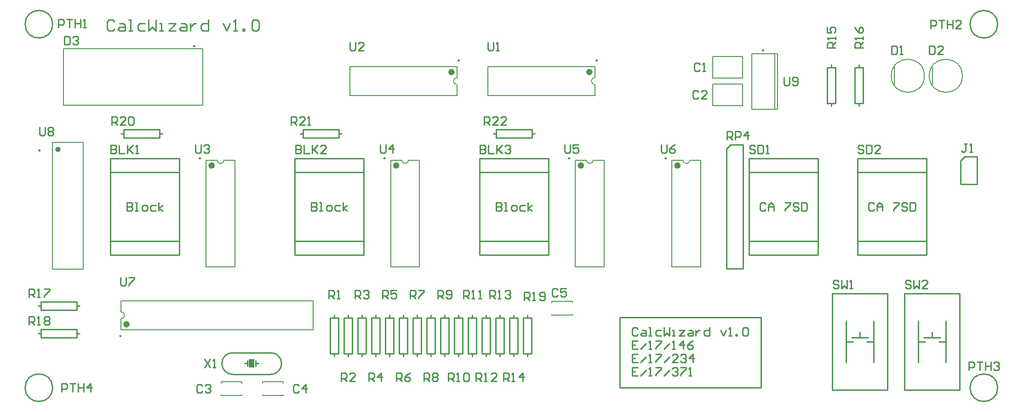
<source format=gto>
G04*
G04 #@! TF.GenerationSoftware,Altium Limited,Altium Designer,22.10.1 (41)*
G04*
G04 Layer_Color=65535*
%FSLAX44Y44*%
%MOMM*%
G71*
G04*
G04 #@! TF.SameCoordinates,6648D47A-D210-48E4-AD15-4CDCEE96D579*
G04*
G04*
G04 #@! TF.FilePolarity,Positive*
G04*
G01*
G75*
%ADD10C,0.2540*%
%ADD11C,0.1500*%
%ADD12C,0.2500*%
%ADD13C,0.6000*%
%ADD14C,0.2000*%
%ADD15C,0.5000*%
%ADD16R,1.0160X1.5240*%
D10*
X926800Y-215400D02*
G03*
X946800Y-235400I20000J0D01*
G01*
Y-195400D02*
G03*
X926800Y-215400I0J-20000D01*
G01*
X1016800Y-235400D02*
G03*
X1036800Y-215400I0J20000D01*
G01*
Y-215400D02*
G03*
X1016800Y-195400I-20000J0D01*
G01*
X615400Y410000D02*
G03*
X615400Y410000I-25400J0D01*
G01*
X2355400D02*
G03*
X2355400Y410000I-25400J0D01*
G01*
Y-260000D02*
G03*
X2355400Y-260000I-25400J0D01*
G01*
X615400D02*
G03*
X615400Y-260000I-25400J0D01*
G01*
X1660000D02*
X1920000D01*
X1660000Y-130000D02*
X1920000D01*
Y-260000D02*
Y-130000D01*
X1660000Y-260000D02*
Y-130000D01*
X1261200Y-131580D02*
Y-126500D01*
Y-202700D02*
Y-197620D01*
X1253580D02*
X1268820D01*
X1253580Y-131580D02*
X1268820D01*
X1253580Y-197620D02*
Y-131580D01*
X1268820Y-197620D02*
Y-131580D01*
X1312000D02*
Y-126500D01*
Y-202700D02*
Y-197620D01*
X1304380D02*
X1319620D01*
X1304380Y-131580D02*
X1319620D01*
X1304380Y-197620D02*
Y-131580D01*
X1319620Y-197620D02*
Y-131580D01*
X1337400Y-131580D02*
Y-126500D01*
Y-202700D02*
Y-197620D01*
X1329780D02*
X1345020D01*
X1329780Y-131580D02*
X1345020D01*
X1329780Y-197620D02*
Y-131580D01*
X1345020Y-197620D02*
Y-131580D01*
X1388200Y-131580D02*
Y-126500D01*
Y-202700D02*
Y-197620D01*
X1380580D02*
X1395820D01*
X1380580Y-131580D02*
X1395820D01*
X1380580Y-197620D02*
Y-131580D01*
X1395820Y-197620D02*
Y-131580D01*
X1362800D02*
Y-126500D01*
Y-202700D02*
Y-197620D01*
X1355180D02*
X1370420D01*
X1355180Y-131580D02*
X1370420D01*
X1355180Y-197620D02*
Y-131580D01*
X1370420Y-197620D02*
Y-131580D01*
X1286600Y-202700D02*
Y-197620D01*
Y-131580D02*
Y-126500D01*
X1278980Y-131580D02*
X1294220D01*
X1278980Y-197620D02*
X1294220D01*
Y-131580D01*
X1278980Y-197620D02*
Y-131580D01*
X1413600D02*
Y-126500D01*
Y-202700D02*
Y-197620D01*
X1405980D02*
X1421220D01*
X1405980Y-131580D02*
X1421220D01*
X1405980Y-197620D02*
Y-131580D01*
X1421220Y-197620D02*
Y-131580D01*
X1464400D02*
Y-126500D01*
Y-202700D02*
Y-197620D01*
X1456780D02*
X1472020D01*
X1456780Y-131580D02*
X1472020D01*
X1456780Y-197620D02*
Y-131580D01*
X1472020Y-197620D02*
Y-131580D01*
X1489800D02*
Y-126500D01*
Y-202700D02*
Y-197620D01*
X1482180D02*
X1497420D01*
X1482180Y-131580D02*
X1497420D01*
X1482180Y-197620D02*
Y-131580D01*
X1497420Y-197620D02*
Y-131580D01*
X1439000Y-202700D02*
Y-197620D01*
Y-131580D02*
Y-126500D01*
X1431380Y-131580D02*
X1446620D01*
X1431380Y-197620D02*
X1446620D01*
Y-131580D01*
X1431380Y-197620D02*
Y-131580D01*
X1210400D02*
Y-126500D01*
Y-202700D02*
Y-197620D01*
X1202780D02*
X1218020D01*
X1202780Y-131580D02*
X1218020D01*
X1202780Y-197620D02*
Y-131580D01*
X1218020Y-197620D02*
Y-131580D01*
X1185000Y-202700D02*
Y-197620D01*
Y-131580D02*
Y-126500D01*
X1177380Y-131580D02*
X1192620D01*
X1177380Y-197620D02*
X1192620D01*
Y-131580D01*
X1177380Y-197620D02*
Y-131580D01*
X1235800Y-202700D02*
Y-197620D01*
Y-131580D02*
Y-126500D01*
X1228180Y-131580D02*
X1243420D01*
X1228180Y-197620D02*
X1243420D01*
Y-131580D01*
X1228180Y-197620D02*
Y-131580D01*
X1134200Y-202700D02*
Y-197620D01*
Y-131580D02*
Y-126500D01*
X1126580Y-131580D02*
X1141820D01*
X1126580Y-197620D02*
X1141820D01*
Y-131580D01*
X1126580Y-197620D02*
Y-131580D01*
X1159600D02*
Y-126500D01*
Y-202700D02*
Y-197620D01*
X1151980D02*
X1167220D01*
X1151980Y-131580D02*
X1167220D01*
X1151980Y-197620D02*
Y-131580D01*
X1167220Y-197620D02*
Y-131580D01*
X1855960Y-40500D02*
Y180480D01*
X1863580Y188100D01*
X1886440D01*
X1855960Y-40500D02*
X1886440D01*
Y188100D01*
X2127400Y-213100D02*
Y-136900D01*
X2076600Y-213100D02*
Y-136900D01*
X2051200Y-86100D02*
X2152800D01*
Y-263900D02*
Y-86100D01*
X2051200Y-263900D02*
Y-86100D01*
Y-263900D02*
X2152800D01*
X2076600Y-175000D02*
X2089300D01*
X2114700D02*
X2127400D01*
X2086760Y-167380D02*
X2117240D01*
X2102000D02*
Y-157220D01*
X2260400Y-213100D02*
Y-136900D01*
X2209600Y-213100D02*
Y-136900D01*
X2184200Y-86100D02*
X2285800D01*
Y-263900D02*
Y-86100D01*
X2184200Y-263900D02*
Y-86100D01*
Y-263900D02*
X2285800D01*
X2209600Y-175000D02*
X2222300D01*
X2247700D02*
X2260400D01*
X2219760Y-167380D02*
X2250240D01*
X2235000D02*
Y-157220D01*
X2317840Y114800D02*
Y165600D01*
X2287360Y114800D02*
X2317840D01*
X2287360D02*
Y157980D01*
X2294980Y165600D01*
X2317840D01*
X989420Y-220480D02*
Y-210320D01*
X974180Y-220480D02*
Y-210320D01*
X989420Y-215400D02*
X994500D01*
X969100D02*
X974180D01*
X946800Y-195400D02*
X1016800D01*
X946800Y-235400D02*
X1016800D01*
X2049400Y329820D02*
Y334900D01*
Y258700D02*
Y263780D01*
X2041780D02*
X2057020D01*
X2041780Y329820D02*
X2057020D01*
X2041780Y263780D02*
Y329820D01*
X2057020Y263780D02*
Y329820D01*
X2100200D02*
Y334900D01*
Y258700D02*
Y263780D01*
X2092580D02*
X2107820D01*
X2092580Y329820D02*
X2107820D01*
X2092580Y263780D02*
Y329820D01*
X2107820Y263780D02*
Y329820D01*
X588900Y-109600D02*
X593980D01*
X660020D02*
X665100D01*
X660020Y-117220D02*
Y-101980D01*
X593980Y-117220D02*
Y-101980D01*
Y-117220D02*
X660020D01*
X593980Y-101980D02*
X660020D01*
X588900Y-160400D02*
X593980D01*
X660020D02*
X665100D01*
X660020Y-168020D02*
Y-152780D01*
X593980Y-168020D02*
Y-152780D01*
Y-168020D02*
X660020D01*
X593980Y-152780D02*
X660020D01*
X812420Y207900D02*
X817500D01*
X741300D02*
X746380D01*
Y200280D02*
Y215520D01*
X812420Y200280D02*
Y215520D01*
X746380D02*
X812420D01*
X746380Y200280D02*
X812420D01*
X1142620Y207900D02*
X1147700D01*
X1071500D02*
X1076580D01*
Y200280D02*
Y215520D01*
X1142620Y200280D02*
Y215520D01*
X1076580D02*
X1142620D01*
X1076580Y200280D02*
X1142620D01*
X1427100Y207900D02*
X1432180D01*
X1498220D02*
X1503300D01*
X1498220Y200280D02*
Y215520D01*
X1432180Y200280D02*
Y215520D01*
Y200280D02*
X1498220D01*
X1432180Y215520D02*
X1498220D01*
X721300Y137300D02*
X848300D01*
Y-15100D02*
Y162700D01*
X721300D02*
X848300D01*
X721300Y-15100D02*
Y162700D01*
Y-15100D02*
X848300D01*
X721300Y10300D02*
X848300D01*
X1061300Y137300D02*
X1188300D01*
Y-15100D02*
Y162700D01*
X1061300D02*
X1188300D01*
X1061300Y-15100D02*
Y162700D01*
Y-15100D02*
X1188300D01*
X1061300Y10300D02*
X1188300D01*
X1401300Y137300D02*
X1528300D01*
Y-15100D02*
Y162700D01*
X1401300D02*
X1528300D01*
X1401300Y-15100D02*
Y162700D01*
Y-15100D02*
X1528300D01*
X1401300Y10300D02*
X1528300D01*
X1897300D02*
X2024300D01*
X1897300Y-15100D02*
X2024300D01*
X1897300Y162700D02*
X2024300D01*
Y-15100D02*
Y162700D01*
X1897300Y137300D02*
X2024300D01*
X1897300Y-15100D02*
Y162700D01*
X2097300Y10300D02*
X2224300D01*
X2097300Y-15100D02*
X2224300D01*
X2097300Y162700D02*
X2224300D01*
Y-15100D02*
Y162700D01*
X2097300Y137300D02*
X2224300D01*
X2097300Y-15100D02*
Y162700D01*
X1692697Y-151630D02*
X1690157Y-149091D01*
X1685079D01*
X1682540Y-151630D01*
Y-161787D01*
X1685079Y-164326D01*
X1690157D01*
X1692697Y-161787D01*
X1700314Y-154169D02*
X1705393D01*
X1707932Y-156708D01*
Y-164326D01*
X1700314D01*
X1697775Y-161787D01*
X1700314Y-159247D01*
X1707932D01*
X1713010Y-164326D02*
X1718089D01*
X1715549D01*
Y-149091D01*
X1713010D01*
X1735863Y-154169D02*
X1728245D01*
X1725706Y-156708D01*
Y-161787D01*
X1728245Y-164326D01*
X1735863D01*
X1740941Y-149091D02*
Y-164326D01*
X1746019Y-159247D01*
X1751098Y-164326D01*
Y-149091D01*
X1756176Y-164326D02*
X1761254D01*
X1758715D01*
Y-154169D01*
X1756176D01*
X1768872D02*
X1779029D01*
X1768872Y-164326D01*
X1779029D01*
X1786646Y-154169D02*
X1791725D01*
X1794264Y-156708D01*
Y-164326D01*
X1786646D01*
X1784107Y-161787D01*
X1786646Y-159247D01*
X1794264D01*
X1799342Y-154169D02*
Y-164326D01*
Y-159247D01*
X1801881Y-156708D01*
X1804420Y-154169D01*
X1806960D01*
X1824734Y-149091D02*
Y-164326D01*
X1817117D01*
X1814577Y-161787D01*
Y-156708D01*
X1817117Y-154169D01*
X1824734D01*
X1845047D02*
X1850126Y-164326D01*
X1855204Y-154169D01*
X1860282Y-164326D02*
X1865361D01*
X1862822D01*
Y-149091D01*
X1860282Y-151630D01*
X1872978Y-164326D02*
Y-161787D01*
X1875518D01*
Y-164326D01*
X1872978D01*
X1885674Y-151630D02*
X1888213Y-149091D01*
X1893292D01*
X1895831Y-151630D01*
Y-161787D01*
X1893292Y-164326D01*
X1888213D01*
X1885674Y-161787D01*
Y-151630D01*
X1692697Y-173469D02*
X1682540D01*
Y-188704D01*
X1692697D01*
X1682540Y-181086D02*
X1687618D01*
X1697775Y-188704D02*
X1707932Y-178547D01*
X1713010Y-188704D02*
X1718089D01*
X1715549D01*
Y-173469D01*
X1713010Y-176008D01*
X1725706Y-173469D02*
X1735863D01*
Y-176008D01*
X1725706Y-186165D01*
Y-188704D01*
X1740941D02*
X1751098Y-178547D01*
X1756176Y-188704D02*
X1761254D01*
X1758715D01*
Y-173469D01*
X1756176Y-176008D01*
X1776490Y-188704D02*
Y-173469D01*
X1768872Y-181086D01*
X1779029D01*
X1794264Y-173469D02*
X1789185Y-176008D01*
X1784107Y-181086D01*
Y-186165D01*
X1786646Y-188704D01*
X1791725D01*
X1794264Y-186165D01*
Y-183626D01*
X1791725Y-181086D01*
X1784107D01*
X1692697Y-197847D02*
X1682540D01*
Y-213082D01*
X1692697D01*
X1682540Y-205464D02*
X1687618D01*
X1697775Y-213082D02*
X1707932Y-202925D01*
X1713010Y-213082D02*
X1718089D01*
X1715549D01*
Y-197847D01*
X1713010Y-200386D01*
X1725706Y-197847D02*
X1735863D01*
Y-200386D01*
X1725706Y-210543D01*
Y-213082D01*
X1740941D02*
X1751098Y-202925D01*
X1766333Y-213082D02*
X1756176D01*
X1766333Y-202925D01*
Y-200386D01*
X1763794Y-197847D01*
X1758715D01*
X1756176Y-200386D01*
X1771411D02*
X1773950Y-197847D01*
X1779029D01*
X1781568Y-200386D01*
Y-202925D01*
X1779029Y-205464D01*
X1776490D01*
X1779029D01*
X1781568Y-208004D01*
Y-210543D01*
X1779029Y-213082D01*
X1773950D01*
X1771411Y-210543D01*
X1794264Y-213082D02*
Y-197847D01*
X1786646Y-205464D01*
X1796803D01*
X1692697Y-222225D02*
X1682540D01*
Y-237460D01*
X1692697D01*
X1682540Y-229842D02*
X1687618D01*
X1697775Y-237460D02*
X1707932Y-227303D01*
X1713010Y-237460D02*
X1718089D01*
X1715549D01*
Y-222225D01*
X1713010Y-224764D01*
X1725706Y-222225D02*
X1735863D01*
Y-224764D01*
X1725706Y-234921D01*
Y-237460D01*
X1740941D02*
X1751098Y-227303D01*
X1756176Y-224764D02*
X1758715Y-222225D01*
X1763794D01*
X1766333Y-224764D01*
Y-227303D01*
X1763794Y-229842D01*
X1761254D01*
X1763794D01*
X1766333Y-232382D01*
Y-234921D01*
X1763794Y-237460D01*
X1758715D01*
X1756176Y-234921D01*
X1771411Y-222225D02*
X1781568D01*
Y-224764D01*
X1771411Y-234921D01*
Y-237460D01*
X1786646D02*
X1791725D01*
X1789185D01*
Y-222225D01*
X1786646Y-224764D01*
X728869Y414664D02*
X725537Y417997D01*
X718872D01*
X715540Y414664D01*
Y401335D01*
X718872Y398003D01*
X725537D01*
X728869Y401335D01*
X738866Y411332D02*
X745530D01*
X748863Y408000D01*
Y398003D01*
X738866D01*
X735534Y401335D01*
X738866Y404668D01*
X748863D01*
X755527Y398003D02*
X762192D01*
X758859D01*
Y417997D01*
X755527D01*
X785517Y411332D02*
X775521D01*
X772188Y408000D01*
Y401335D01*
X775521Y398003D01*
X785517D01*
X792182Y417997D02*
Y398003D01*
X798847Y404668D01*
X805511Y398003D01*
Y417997D01*
X812176Y398003D02*
X818840D01*
X815508D01*
Y411332D01*
X812176D01*
X828837D02*
X842166D01*
X828837Y398003D01*
X842166D01*
X852163Y411332D02*
X858827D01*
X862159Y408000D01*
Y398003D01*
X852163D01*
X848830Y401335D01*
X852163Y404668D01*
X862159D01*
X868824Y411332D02*
Y398003D01*
Y404668D01*
X872156Y408000D01*
X875488Y411332D01*
X878821D01*
X902147Y417997D02*
Y398003D01*
X892150D01*
X888818Y401335D01*
Y408000D01*
X892150Y411332D01*
X902147D01*
X928805D02*
X935469Y398003D01*
X942134Y411332D01*
X948798Y398003D02*
X955463D01*
X952130D01*
Y417997D01*
X948798Y414664D01*
X965459Y398003D02*
Y401335D01*
X968792D01*
Y398003D01*
X965459D01*
X982121Y414664D02*
X985453Y417997D01*
X992117D01*
X995450Y414664D01*
Y401335D01*
X992117Y398003D01*
X985453D01*
X982121Y401335D01*
Y414664D01*
X1445356Y-248417D02*
Y-233183D01*
X1452974D01*
X1455513Y-235722D01*
Y-240800D01*
X1452974Y-243339D01*
X1445356D01*
X1450435D02*
X1455513Y-248417D01*
X1460591D02*
X1465670D01*
X1463130D01*
Y-233183D01*
X1460591Y-235722D01*
X1480905Y-248417D02*
Y-233183D01*
X1473287Y-240800D01*
X1483444D01*
X751791Y81418D02*
Y66182D01*
X759408D01*
X761947Y68722D01*
Y71261D01*
X759408Y73800D01*
X751791D01*
X759408D01*
X761947Y76339D01*
Y78878D01*
X759408Y81418D01*
X751791D01*
X767026Y66182D02*
X772104D01*
X769565D01*
Y81418D01*
X767026D01*
X782261Y66182D02*
X787339D01*
X789878Y68722D01*
Y73800D01*
X787339Y76339D01*
X782261D01*
X779722Y73800D01*
Y68722D01*
X782261Y66182D01*
X805113Y76339D02*
X797496D01*
X794957Y73800D01*
Y68722D01*
X797496Y66182D01*
X805113D01*
X810192D02*
Y81418D01*
Y71261D02*
X817809Y76339D01*
X810192Y71261D02*
X817809Y66182D01*
X1091791Y81418D02*
Y66182D01*
X1099408D01*
X1101947Y68722D01*
Y71261D01*
X1099408Y73800D01*
X1091791D01*
X1099408D01*
X1101947Y76339D01*
Y78878D01*
X1099408Y81418D01*
X1091791D01*
X1107026Y66182D02*
X1112104D01*
X1109565D01*
Y81418D01*
X1107026D01*
X1122261Y66182D02*
X1127339D01*
X1129878Y68722D01*
Y73800D01*
X1127339Y76339D01*
X1122261D01*
X1119722Y73800D01*
Y68722D01*
X1122261Y66182D01*
X1145113Y76339D02*
X1137496D01*
X1134957Y73800D01*
Y68722D01*
X1137496Y66182D01*
X1145113D01*
X1150192D02*
Y81418D01*
Y71261D02*
X1157809Y76339D01*
X1150192Y71261D02*
X1157809Y66182D01*
X1431791Y81418D02*
Y66182D01*
X1439408D01*
X1441947Y68722D01*
Y71261D01*
X1439408Y73800D01*
X1431791D01*
X1439408D01*
X1441947Y76339D01*
Y78878D01*
X1439408Y81418D01*
X1431791D01*
X1447026Y66182D02*
X1452104D01*
X1449565D01*
Y81418D01*
X1447026D01*
X1462261Y66182D02*
X1467339D01*
X1469878Y68722D01*
Y73800D01*
X1467339Y76339D01*
X1462261D01*
X1459722Y73800D01*
Y68722D01*
X1462261Y66182D01*
X1485113Y76339D02*
X1477496D01*
X1474957Y73800D01*
Y68722D01*
X1477496Y66182D01*
X1485113D01*
X1490192D02*
Y81418D01*
Y71261D02*
X1497809Y76339D01*
X1490192Y71261D02*
X1497809Y66182D01*
X1927791Y78878D02*
X1925251Y81418D01*
X1920173D01*
X1917634Y78878D01*
Y68722D01*
X1920173Y66182D01*
X1925251D01*
X1927791Y68722D01*
X1932869Y66182D02*
Y76339D01*
X1937947Y81418D01*
X1943026Y76339D01*
Y66182D01*
Y73800D01*
X1932869D01*
X1963339Y81418D02*
X1973496D01*
Y78878D01*
X1963339Y68722D01*
Y66182D01*
X1988731Y78878D02*
X1986192Y81418D01*
X1981113D01*
X1978574Y78878D01*
Y76339D01*
X1981113Y73800D01*
X1986192D01*
X1988731Y71261D01*
Y68722D01*
X1986192Y66182D01*
X1981113D01*
X1978574Y68722D01*
X1993809Y81418D02*
Y66182D01*
X2001427D01*
X2003966Y68722D01*
Y78878D01*
X2001427Y81418D01*
X1993809D01*
X2127791Y78878D02*
X2125251Y81418D01*
X2120173D01*
X2117634Y78878D01*
Y68722D01*
X2120173Y66182D01*
X2125251D01*
X2127791Y68722D01*
X2132869Y66182D02*
Y76339D01*
X2137947Y81418D01*
X2143026Y76339D01*
Y66182D01*
Y73800D01*
X2132869D01*
X2163339Y81418D02*
X2173496D01*
Y78878D01*
X2163339Y68722D01*
Y66182D01*
X2188731Y78878D02*
X2186192Y81418D01*
X2181113D01*
X2178574Y78878D01*
Y76339D01*
X2181113Y73800D01*
X2186192D01*
X2188731Y71261D01*
Y68722D01*
X2186192Y66182D01*
X2181113D01*
X2178574Y68722D01*
X2193809Y81418D02*
Y66182D01*
X2201427D01*
X2203966Y68722D01*
Y78878D01*
X2201427Y81418D01*
X2193809D01*
X1409574Y224454D02*
Y239689D01*
X1417191D01*
X1419731Y237150D01*
Y232071D01*
X1417191Y229532D01*
X1409574D01*
X1414652D02*
X1419731Y224454D01*
X1434966D02*
X1424809D01*
X1434966Y234611D01*
Y237150D01*
X1432427Y239689D01*
X1427348D01*
X1424809Y237150D01*
X1450201Y224454D02*
X1440044D01*
X1450201Y234611D01*
Y237150D01*
X1447662Y239689D01*
X1442583D01*
X1440044Y237150D01*
X1053974Y224454D02*
Y239689D01*
X1061591D01*
X1064131Y237150D01*
Y232071D01*
X1061591Y229532D01*
X1053974D01*
X1059052D02*
X1064131Y224454D01*
X1079366D02*
X1069209D01*
X1079366Y234611D01*
Y237150D01*
X1076827Y239689D01*
X1071748D01*
X1069209Y237150D01*
X1084444Y224454D02*
X1089522D01*
X1086983D01*
Y239689D01*
X1084444Y237150D01*
X723774Y224454D02*
Y239689D01*
X731392D01*
X733931Y237150D01*
Y232071D01*
X731392Y229532D01*
X723774D01*
X728852D02*
X733931Y224454D01*
X749166D02*
X739009D01*
X749166Y234611D01*
Y237150D01*
X746627Y239689D01*
X741548D01*
X739009Y237150D01*
X754244D02*
X756783Y239689D01*
X761862D01*
X764401Y237150D01*
Y226993D01*
X761862Y224454D01*
X756783D01*
X754244Y226993D01*
Y237150D01*
X1483450Y-98902D02*
Y-83667D01*
X1491068D01*
X1493607Y-86206D01*
Y-91285D01*
X1491068Y-93824D01*
X1483450D01*
X1488528D02*
X1493607Y-98902D01*
X1498685D02*
X1503763D01*
X1501224D01*
Y-83667D01*
X1498685Y-86206D01*
X1511381Y-96363D02*
X1513920Y-98902D01*
X1518999D01*
X1521538Y-96363D01*
Y-86206D01*
X1518999Y-83667D01*
X1513920D01*
X1511381Y-86206D01*
Y-88745D01*
X1513920Y-91285D01*
X1521538D01*
X1545423Y-79602D02*
X1542883Y-77063D01*
X1537805D01*
X1535266Y-79602D01*
Y-89759D01*
X1537805Y-92298D01*
X1542883D01*
X1545423Y-89759D01*
X1560658Y-77063D02*
X1550501D01*
Y-84681D01*
X1555579Y-82141D01*
X1558119D01*
X1560658Y-84681D01*
Y-89759D01*
X1558119Y-92298D01*
X1553040D01*
X1550501Y-89759D01*
X895443Y-207782D02*
X905600Y-223017D01*
Y-207782D02*
X895443Y-223017D01*
X910678D02*
X915757D01*
X913217D01*
Y-207782D01*
X910678Y-210321D01*
X1068961Y-256922D02*
X1066422Y-254382D01*
X1061343D01*
X1058804Y-256922D01*
Y-267078D01*
X1061343Y-269618D01*
X1066422D01*
X1068961Y-267078D01*
X1081657Y-269618D02*
Y-254382D01*
X1074039Y-262000D01*
X1084196D01*
X891161Y-256922D02*
X888622Y-254382D01*
X883543D01*
X881004Y-256922D01*
Y-267078D01*
X883543Y-269618D01*
X888622D01*
X891161Y-267078D01*
X896239Y-256922D02*
X898778Y-254382D01*
X903857D01*
X906396Y-256922D01*
Y-259461D01*
X903857Y-262000D01*
X901318D01*
X903857D01*
X906396Y-264539D01*
Y-267078D01*
X903857Y-269618D01*
X898778D01*
X896239Y-267078D01*
X632069Y-267617D02*
Y-252383D01*
X639687D01*
X642226Y-254922D01*
Y-260000D01*
X639687Y-262539D01*
X632069D01*
X647304Y-252383D02*
X657461D01*
X652383D01*
Y-267617D01*
X662539Y-252383D02*
Y-267617D01*
Y-260000D01*
X672696D01*
Y-252383D01*
Y-267617D01*
X685392D02*
Y-252383D01*
X677774Y-260000D01*
X687931D01*
X2302069Y-227617D02*
Y-212383D01*
X2309687D01*
X2312226Y-214922D01*
Y-220000D01*
X2309687Y-222539D01*
X2302069D01*
X2317304Y-212383D02*
X2327461D01*
X2322383D01*
Y-227617D01*
X2332539Y-212383D02*
Y-227617D01*
Y-220000D01*
X2342696D01*
Y-212383D01*
Y-227617D01*
X2347774Y-214922D02*
X2350313Y-212383D01*
X2355392D01*
X2357931Y-214922D01*
Y-217461D01*
X2355392Y-220000D01*
X2352853D01*
X2355392D01*
X2357931Y-222539D01*
Y-225078D01*
X2355392Y-227617D01*
X2350313D01*
X2347774Y-225078D01*
X2232069Y402383D02*
Y417617D01*
X2239687D01*
X2242226Y415078D01*
Y410000D01*
X2239687Y407461D01*
X2232069D01*
X2247304Y417617D02*
X2257461D01*
X2252383D01*
Y402383D01*
X2262539Y417617D02*
Y402383D01*
Y410000D01*
X2272696D01*
Y417617D01*
Y402383D01*
X2287931D02*
X2277774D01*
X2287931Y412539D01*
Y415078D01*
X2285392Y417617D01*
X2280313D01*
X2277774Y415078D01*
X626208Y404282D02*
Y419518D01*
X633826D01*
X636365Y416978D01*
Y411900D01*
X633826Y409361D01*
X626208D01*
X641443Y419518D02*
X651600D01*
X646522D01*
Y404282D01*
X656678Y419518D02*
Y404282D01*
Y411900D01*
X666835D01*
Y419518D01*
Y404282D01*
X671913D02*
X676992D01*
X674453D01*
Y419518D01*
X671913Y416978D01*
X1961604Y312218D02*
Y299522D01*
X1964143Y296982D01*
X1969222D01*
X1971761Y299522D01*
Y312218D01*
X1976839Y299522D02*
X1979378Y296982D01*
X1984457D01*
X1986996Y299522D01*
Y309678D01*
X1984457Y312218D01*
X1979378D01*
X1976839Y309678D01*
Y307139D01*
X1979378Y304600D01*
X1986996D01*
X2298787Y189637D02*
X2293708D01*
X2296248D01*
Y176941D01*
X2293708Y174402D01*
X2291169D01*
X2288630Y176941D01*
X2303865Y174402D02*
X2308943D01*
X2306404D01*
Y189637D01*
X2303865Y187098D01*
X1804761Y284978D02*
X1802222Y287518D01*
X1797143D01*
X1794604Y284978D01*
Y274822D01*
X1797143Y272283D01*
X1802222D01*
X1804761Y274822D01*
X1819996Y272283D02*
X1809839D01*
X1819996Y282439D01*
Y284978D01*
X1817457Y287518D01*
X1812378D01*
X1809839Y284978D01*
X1807300Y335779D02*
X1804761Y338318D01*
X1799683D01*
X1797143Y335779D01*
Y325622D01*
X1799683Y323083D01*
X1804761D01*
X1807300Y325622D01*
X1812378Y323083D02*
X1817457D01*
X1814918D01*
Y338318D01*
X1812378Y335779D01*
X1857338Y197008D02*
Y212243D01*
X1864955D01*
X1867495Y209704D01*
Y204625D01*
X1864955Y202086D01*
X1857338D01*
X1862416D02*
X1867495Y197008D01*
X1872573D02*
Y212243D01*
X1880191D01*
X1882730Y209704D01*
Y204625D01*
X1880191Y202086D01*
X1872573D01*
X1895426Y197008D02*
Y212243D01*
X1887808Y204625D01*
X1897965D01*
X590894Y220117D02*
Y207421D01*
X593433Y204882D01*
X598512D01*
X601051Y207421D01*
Y220117D01*
X606129Y217578D02*
X608668Y220117D01*
X613747D01*
X616286Y217578D01*
Y215039D01*
X613747Y212500D01*
X616286Y209960D01*
Y207421D01*
X613747Y204882D01*
X608668D01*
X606129Y207421D01*
Y209960D01*
X608668Y212500D01*
X606129Y215039D01*
Y217578D01*
X608668Y212500D02*
X613747D01*
X571374Y-143846D02*
Y-128611D01*
X578992D01*
X581531Y-131150D01*
Y-136229D01*
X578992Y-138768D01*
X571374D01*
X576452D02*
X581531Y-143846D01*
X586609D02*
X591687D01*
X589148D01*
Y-128611D01*
X586609Y-131150D01*
X599305D02*
X601844Y-128611D01*
X606922D01*
X609462Y-131150D01*
Y-133689D01*
X606922Y-136229D01*
X609462Y-138768D01*
Y-141307D01*
X606922Y-143846D01*
X601844D01*
X599305Y-141307D01*
Y-138768D01*
X601844Y-136229D01*
X599305Y-133689D01*
Y-131150D01*
X601844Y-136229D02*
X606922D01*
X571374Y-93046D02*
Y-77811D01*
X578992D01*
X581531Y-80350D01*
Y-85428D01*
X578992Y-87968D01*
X571374D01*
X576452D02*
X581531Y-93046D01*
X586609D02*
X591687D01*
X589148D01*
Y-77811D01*
X586609Y-80350D01*
X599305Y-77811D02*
X609462D01*
Y-80350D01*
X599305Y-90507D01*
Y-93046D01*
X637304Y387617D02*
Y372383D01*
X644922D01*
X647461Y374922D01*
Y385078D01*
X644922Y387617D01*
X637304D01*
X652539Y385078D02*
X655078Y387617D01*
X660157D01*
X662696Y385078D01*
Y382539D01*
X660157Y380000D01*
X657617D01*
X660157D01*
X662696Y377461D01*
Y374922D01*
X660157Y372383D01*
X655078D01*
X652539Y374922D01*
X2107818Y366656D02*
X2092583D01*
Y374274D01*
X2095122Y376813D01*
X2100200D01*
X2102739Y374274D01*
Y366656D01*
Y371735D02*
X2107818Y376813D01*
Y381891D02*
Y386970D01*
Y384430D01*
X2092583D01*
X2095122Y381891D01*
X2092583Y404744D02*
X2095122Y399665D01*
X2100200Y394587D01*
X2105278D01*
X2107818Y397126D01*
Y402205D01*
X2105278Y404744D01*
X2102739D01*
X2100200Y402205D01*
Y394587D01*
X2057018Y366656D02*
X2041782D01*
Y374274D01*
X2044322Y376813D01*
X2049400D01*
X2051939Y374274D01*
Y366656D01*
Y371735D02*
X2057018Y376813D01*
Y381891D02*
Y386970D01*
Y384430D01*
X2041782D01*
X2044322Y381891D01*
X2041782Y404744D02*
Y394587D01*
X2049400D01*
X2046861Y399665D01*
Y402205D01*
X2049400Y404744D01*
X2054478D01*
X2057018Y402205D01*
Y397126D01*
X2054478Y394587D01*
X2229956Y370231D02*
Y354996D01*
X2237574D01*
X2240113Y357535D01*
Y367692D01*
X2237574Y370231D01*
X2229956D01*
X2255348Y354996D02*
X2245191D01*
X2255348Y365153D01*
Y367692D01*
X2252809Y370231D01*
X2247730D01*
X2245191Y367692D01*
X2160106Y370231D02*
Y354996D01*
X2167724D01*
X2170263Y357535D01*
Y367692D01*
X2167724Y370231D01*
X2160106D01*
X2175341Y354996D02*
X2180419D01*
X2177880D01*
Y370231D01*
X2175341Y367692D01*
X2195663Y-64616D02*
X2193123Y-62077D01*
X2188045D01*
X2185506Y-64616D01*
Y-67155D01*
X2188045Y-69694D01*
X2193123D01*
X2195663Y-72234D01*
Y-74773D01*
X2193123Y-77312D01*
X2188045D01*
X2185506Y-74773D01*
X2200741Y-62077D02*
Y-77312D01*
X2205819Y-72234D01*
X2210898Y-77312D01*
Y-62077D01*
X2226133Y-77312D02*
X2215976D01*
X2226133Y-67155D01*
Y-64616D01*
X2223594Y-62077D01*
X2218515D01*
X2215976Y-64616D01*
X2062567D02*
X2060027Y-62077D01*
X2054949D01*
X2052410Y-64616D01*
Y-67155D01*
X2054949Y-69694D01*
X2060027D01*
X2062567Y-72234D01*
Y-74773D01*
X2060027Y-77312D01*
X2054949D01*
X2052410Y-74773D01*
X2067645Y-62077D02*
Y-77312D01*
X2072723Y-72234D01*
X2077802Y-77312D01*
Y-62077D01*
X2082880Y-77312D02*
X2087959D01*
X2085419D01*
Y-62077D01*
X2082880Y-64616D01*
X1402678Y186843D02*
Y171608D01*
X1410296D01*
X1412835Y174147D01*
Y176686D01*
X1410296Y179226D01*
X1402678D01*
X1410296D01*
X1412835Y181765D01*
Y184304D01*
X1410296Y186843D01*
X1402678D01*
X1417913D02*
Y171608D01*
X1428070D01*
X1433148Y186843D02*
Y171608D01*
Y176686D01*
X1443305Y186843D01*
X1435687Y179226D01*
X1443305Y171608D01*
X1448383Y184304D02*
X1450922Y186843D01*
X1456001D01*
X1458540Y184304D01*
Y181765D01*
X1456001Y179226D01*
X1453462D01*
X1456001D01*
X1458540Y176686D01*
Y174147D01*
X1456001Y171608D01*
X1450922D01*
X1448383Y174147D01*
X2108795Y184304D02*
X2106255Y186843D01*
X2101177D01*
X2098638Y184304D01*
Y181765D01*
X2101177Y179226D01*
X2106255D01*
X2108795Y176686D01*
Y174147D01*
X2106255Y171608D01*
X2101177D01*
X2098638Y174147D01*
X2113873Y186843D02*
Y171608D01*
X2121491D01*
X2124030Y174147D01*
Y184304D01*
X2121491Y186843D01*
X2113873D01*
X2139265Y171608D02*
X2129108D01*
X2139265Y181765D01*
Y184304D01*
X2136726Y186843D01*
X2131647D01*
X2129108Y184304D01*
X1908643D02*
X1906104Y186843D01*
X1901025D01*
X1898486Y184304D01*
Y181765D01*
X1901025Y179226D01*
X1906104D01*
X1908643Y176686D01*
Y174147D01*
X1906104Y171608D01*
X1901025D01*
X1898486Y174147D01*
X1913721Y186843D02*
Y171608D01*
X1921339D01*
X1923878Y174147D01*
Y184304D01*
X1921339Y186843D01*
X1913721D01*
X1928956Y171608D02*
X1934034D01*
X1931495D01*
Y186843D01*
X1928956Y184304D01*
X1062572Y186843D02*
Y171608D01*
X1070190D01*
X1072729Y174147D01*
Y176686D01*
X1070190Y179226D01*
X1062572D01*
X1070190D01*
X1072729Y181765D01*
Y184304D01*
X1070190Y186843D01*
X1062572D01*
X1077807D02*
Y171608D01*
X1087964D01*
X1093042Y186843D02*
Y171608D01*
Y176686D01*
X1103199Y186843D01*
X1095581Y179226D01*
X1103199Y171608D01*
X1118434D02*
X1108277D01*
X1118434Y181765D01*
Y184304D01*
X1115895Y186843D01*
X1110816D01*
X1108277Y184304D01*
X722466Y186843D02*
Y171608D01*
X730083D01*
X732623Y174147D01*
Y176686D01*
X730083Y179226D01*
X722466D01*
X730083D01*
X732623Y181765D01*
Y184304D01*
X730083Y186843D01*
X722466D01*
X737701D02*
Y171608D01*
X747858D01*
X752936Y186843D02*
Y171608D01*
Y176686D01*
X763093Y186843D01*
X755475Y179226D01*
X763093Y171608D01*
X768171D02*
X773250D01*
X770710D01*
Y186843D01*
X768171Y184304D01*
X740246Y-56997D02*
Y-69693D01*
X742785Y-72232D01*
X747863D01*
X750403Y-69693D01*
Y-56997D01*
X755481D02*
X765638D01*
Y-59536D01*
X755481Y-69693D01*
Y-72232D01*
X1736180Y188367D02*
Y175671D01*
X1738719Y173132D01*
X1743797D01*
X1746337Y175671D01*
Y188367D01*
X1761572D02*
X1756493Y185828D01*
X1751415Y180749D01*
Y175671D01*
X1753954Y173132D01*
X1759033D01*
X1761572Y175671D01*
Y178210D01*
X1759033Y180749D01*
X1751415D01*
X1558380Y188367D02*
Y175671D01*
X1560919Y173132D01*
X1565997D01*
X1568537Y175671D01*
Y188367D01*
X1583772D02*
X1573615D01*
Y180749D01*
X1578693Y183289D01*
X1581233D01*
X1583772Y180749D01*
Y175671D01*
X1581233Y173132D01*
X1576154D01*
X1573615Y175671D01*
X1218274Y188367D02*
Y175671D01*
X1220813Y173132D01*
X1225891D01*
X1228431Y175671D01*
Y188367D01*
X1241127Y173132D02*
Y188367D01*
X1233509Y180749D01*
X1243666D01*
X878168Y188367D02*
Y175671D01*
X880707Y173132D01*
X885786D01*
X888325Y175671D01*
Y188367D01*
X893403Y185828D02*
X895942Y188367D01*
X901021D01*
X903560Y185828D01*
Y183289D01*
X901021Y180749D01*
X898481D01*
X901021D01*
X903560Y178210D01*
Y175671D01*
X901021Y173132D01*
X895942D01*
X893403Y175671D01*
X1162394Y376835D02*
Y364139D01*
X1164933Y361600D01*
X1170012D01*
X1172551Y364139D01*
Y376835D01*
X1187786Y361600D02*
X1177629D01*
X1187786Y371757D01*
Y374296D01*
X1185247Y376835D01*
X1180168D01*
X1177629Y374296D01*
X1416394Y376835D02*
Y364139D01*
X1418933Y361600D01*
X1424012D01*
X1426551Y364139D01*
Y376835D01*
X1431629Y361600D02*
X1436707D01*
X1434168D01*
Y376835D01*
X1431629Y374296D01*
X1419956Y-96018D02*
Y-80782D01*
X1427574D01*
X1430113Y-83322D01*
Y-88400D01*
X1427574Y-90939D01*
X1419956D01*
X1425034D02*
X1430113Y-96018D01*
X1435191D02*
X1440270D01*
X1437730D01*
Y-80782D01*
X1435191Y-83322D01*
X1447887D02*
X1450426Y-80782D01*
X1455505D01*
X1458044Y-83322D01*
Y-85861D01*
X1455505Y-88400D01*
X1452966D01*
X1455505D01*
X1458044Y-90939D01*
Y-93478D01*
X1455505Y-96018D01*
X1450426D01*
X1447887Y-93478D01*
X1394556Y-248417D02*
Y-233183D01*
X1402174D01*
X1404713Y-235722D01*
Y-240800D01*
X1402174Y-243339D01*
X1394556D01*
X1399635D02*
X1404713Y-248417D01*
X1409791D02*
X1414870D01*
X1412330D01*
Y-233183D01*
X1409791Y-235722D01*
X1432644Y-248417D02*
X1422487D01*
X1432644Y-238261D01*
Y-235722D01*
X1430105Y-233183D01*
X1425026D01*
X1422487Y-235722D01*
X1371695Y-96018D02*
Y-80782D01*
X1379313D01*
X1381852Y-83322D01*
Y-88400D01*
X1379313Y-90939D01*
X1371695D01*
X1376774D02*
X1381852Y-96018D01*
X1386930D02*
X1392009D01*
X1389470D01*
Y-80782D01*
X1386930Y-83322D01*
X1399626Y-96018D02*
X1404705D01*
X1402166D01*
Y-80782D01*
X1399626Y-83322D01*
X1343756Y-248417D02*
Y-233183D01*
X1351374D01*
X1353913Y-235722D01*
Y-240800D01*
X1351374Y-243339D01*
X1343756D01*
X1348835D02*
X1353913Y-248417D01*
X1358991D02*
X1364070D01*
X1361530D01*
Y-233183D01*
X1358991Y-235722D01*
X1371687D02*
X1374226Y-233183D01*
X1379305D01*
X1381844Y-235722D01*
Y-245878D01*
X1379305Y-248417D01*
X1374226D01*
X1371687Y-245878D01*
Y-235722D01*
X1324704Y-96018D02*
Y-80782D01*
X1332322D01*
X1334861Y-83322D01*
Y-88400D01*
X1332322Y-90939D01*
X1324704D01*
X1329783D02*
X1334861Y-96018D01*
X1339939Y-93478D02*
X1342478Y-96018D01*
X1347557D01*
X1350096Y-93478D01*
Y-83322D01*
X1347557Y-80782D01*
X1342478D01*
X1339939Y-83322D01*
Y-85861D01*
X1342478Y-88400D01*
X1350096D01*
X1299304Y-248417D02*
Y-233183D01*
X1306922D01*
X1309461Y-235722D01*
Y-240800D01*
X1306922Y-243339D01*
X1299304D01*
X1304382D02*
X1309461Y-248417D01*
X1314539Y-235722D02*
X1317078Y-233183D01*
X1322157D01*
X1324696Y-235722D01*
Y-238261D01*
X1322157Y-240800D01*
X1324696Y-243339D01*
Y-245878D01*
X1322157Y-248417D01*
X1317078D01*
X1314539Y-245878D01*
Y-243339D01*
X1317078Y-240800D01*
X1314539Y-238261D01*
Y-235722D01*
X1317078Y-240800D02*
X1322157D01*
X1273904Y-96018D02*
Y-80782D01*
X1281522D01*
X1284061Y-83322D01*
Y-88400D01*
X1281522Y-90939D01*
X1273904D01*
X1278982D02*
X1284061Y-96018D01*
X1289139Y-80782D02*
X1299296D01*
Y-83322D01*
X1289139Y-93478D01*
Y-96018D01*
X1248504Y-248417D02*
Y-233183D01*
X1256122D01*
X1258661Y-235722D01*
Y-240800D01*
X1256122Y-243339D01*
X1248504D01*
X1253583D02*
X1258661Y-248417D01*
X1273896Y-233183D02*
X1268818Y-235722D01*
X1263739Y-240800D01*
Y-245878D01*
X1266278Y-248417D01*
X1271357D01*
X1273896Y-245878D01*
Y-243339D01*
X1271357Y-240800D01*
X1263739D01*
X1223104Y-96018D02*
Y-80782D01*
X1230722D01*
X1233261Y-83322D01*
Y-88400D01*
X1230722Y-90939D01*
X1223104D01*
X1228183D02*
X1233261Y-96018D01*
X1248496Y-80782D02*
X1238339D01*
Y-88400D01*
X1243418Y-85861D01*
X1245957D01*
X1248496Y-88400D01*
Y-93478D01*
X1245957Y-96018D01*
X1240878D01*
X1238339Y-93478D01*
X1197704Y-248417D02*
Y-233183D01*
X1205322D01*
X1207861Y-235722D01*
Y-240800D01*
X1205322Y-243339D01*
X1197704D01*
X1202783D02*
X1207861Y-248417D01*
X1220557D02*
Y-233183D01*
X1212939Y-240800D01*
X1223096D01*
X1172304Y-96018D02*
Y-80782D01*
X1179922D01*
X1182461Y-83322D01*
Y-88400D01*
X1179922Y-90939D01*
X1172304D01*
X1177383D02*
X1182461Y-96018D01*
X1187539Y-83322D02*
X1190078Y-80782D01*
X1195157D01*
X1197696Y-83322D01*
Y-85861D01*
X1195157Y-88400D01*
X1192617D01*
X1195157D01*
X1197696Y-90939D01*
Y-93478D01*
X1195157Y-96018D01*
X1190078D01*
X1187539Y-93478D01*
X1146904Y-248417D02*
Y-233183D01*
X1154522D01*
X1157061Y-235722D01*
Y-240800D01*
X1154522Y-243339D01*
X1146904D01*
X1151982D02*
X1157061Y-248417D01*
X1172296D02*
X1162139D01*
X1172296Y-238261D01*
Y-235722D01*
X1169757Y-233183D01*
X1164678D01*
X1162139Y-235722D01*
X1124043Y-96018D02*
Y-80782D01*
X1131661D01*
X1134200Y-83322D01*
Y-88400D01*
X1131661Y-90939D01*
X1124043D01*
X1129122D02*
X1134200Y-96018D01*
X1139278D02*
X1144357D01*
X1141818D01*
Y-80782D01*
X1139278Y-83322D01*
D11*
X2220500Y315000D02*
G03*
X2220500Y315000I-30500J0D01*
G01*
X2290500D02*
G03*
X2290500Y315000I-30500J0D01*
G01*
D12*
X877250Y369700D02*
G03*
X877250Y369700I-1250J0D01*
G01*
X1618350Y343400D02*
G03*
X1618350Y343400I-1250J0D01*
G01*
X1364350Y343400D02*
G03*
X1364350Y343400I-1250J0D01*
G01*
X887650Y163000D02*
G03*
X887650Y163000I-1250J0D01*
G01*
X1227650D02*
G03*
X1227650Y163000I-1250J0D01*
G01*
X1567650D02*
G03*
X1567650Y163000I-1250J0D01*
G01*
X1745450D02*
G03*
X1745450Y163000I-1250J0D01*
G01*
X741450Y-164600D02*
G03*
X741450Y-164600I-1250J0D01*
G01*
X592125Y177400D02*
G03*
X592125Y177400I-1250J0D01*
G01*
X1924750Y362100D02*
G03*
X1924750Y362100I-1250J0D01*
G01*
D13*
X1606700Y321800D02*
G03*
X1606700Y321800I-3000J0D01*
G01*
X1352700Y321800D02*
G03*
X1352700Y321800I-3000J0D01*
G01*
X911000Y149600D02*
G03*
X911000Y149600I-3000J0D01*
G01*
X1251000D02*
G03*
X1251000Y149600I-3000J0D01*
G01*
X1591000D02*
G03*
X1591000Y149600I-3000J0D01*
G01*
X1768800D02*
G03*
X1768800Y149600I-3000J0D01*
G01*
X754300Y-143000D02*
G03*
X754300Y-143000I-3000J0D01*
G01*
D14*
X1613700Y311650D02*
G03*
X1613700Y298950I0J-6350D01*
G01*
X1359700Y311650D02*
G03*
X1359700Y298950I0J-6350D01*
G01*
X918150Y159600D02*
G03*
X930850Y159600I6350J0D01*
G01*
X1258150D02*
G03*
X1270850Y159600I6350J0D01*
G01*
X1598150D02*
G03*
X1610850Y159600I6350J0D01*
G01*
X1775950D02*
G03*
X1788650Y159600I6350J0D01*
G01*
X741300Y-132850D02*
G03*
X741300Y-120150I0J6350D01*
G01*
X1572350Y-126500D02*
Y-124300D01*
X1534250Y-126500D02*
Y-124300D01*
Y-103300D02*
Y-101100D01*
X1572350Y-103300D02*
Y-101100D01*
X1534250Y-126500D02*
X1572350D01*
X1534250Y-101100D02*
X1572350D01*
X2165250Y299000D02*
Y331000D01*
X2235250Y299000D02*
Y331000D01*
X635250Y364950D02*
X891750D01*
X635250Y260850D02*
Y364950D01*
Y260850D02*
X891750D01*
Y364950D01*
X1001650Y-274700D02*
X1039750D01*
X1001650Y-249300D02*
X1039750D01*
X1001650Y-274700D02*
Y-272500D01*
X1039750Y-274700D02*
Y-272500D01*
Y-251500D02*
Y-249300D01*
X1001650Y-251500D02*
Y-249300D01*
X1416700Y278800D02*
Y331800D01*
X1613700Y278800D02*
Y298950D01*
Y311650D02*
Y331800D01*
X1416700Y278800D02*
X1613700D01*
X1416700Y331800D02*
X1613700D01*
X1162700D02*
X1359700D01*
X1162700Y278800D02*
X1359700D01*
Y311650D02*
Y331800D01*
Y278800D02*
Y298950D01*
X1162700Y278800D02*
Y331800D01*
X898000Y-37400D02*
X951000D01*
X930850Y159600D02*
X951000D01*
X898000D02*
X918150D01*
X951000Y-37400D02*
Y159600D01*
X898000Y-37400D02*
Y159600D01*
X1238000Y-37400D02*
Y159600D01*
X1291000Y-37400D02*
Y159600D01*
X1238000D02*
X1258150D01*
X1270850D02*
X1291000D01*
X1238000Y-37400D02*
X1291000D01*
X1578000D02*
Y159600D01*
X1630999Y-37400D02*
Y159600D01*
X1578000D02*
X1598150D01*
X1610850D02*
X1630999D01*
X1578000Y-37400D02*
X1630999D01*
X1755800D02*
Y159600D01*
X1808799Y-37400D02*
Y159600D01*
X1755800D02*
X1775950D01*
X1788650D02*
X1808799D01*
X1755800Y-37400D02*
X1808799D01*
X1095300Y-153000D02*
Y-100000D01*
X741300Y-120150D02*
Y-100000D01*
Y-153000D02*
Y-132850D01*
Y-100000D02*
X1095300D01*
X741300Y-153000D02*
X1095300D01*
X615293Y-41040D02*
Y192640D01*
Y-41040D02*
X671333D01*
Y192640D01*
X615293D02*
X671333D01*
X1830800Y350700D02*
X1885800D01*
Y310700D02*
Y350700D01*
X1830800Y310700D02*
X1885800D01*
X1830800D02*
Y350700D01*
X1830400Y299900D02*
X1885400D01*
Y259900D02*
Y299900D01*
X1830400Y259900D02*
X1885400D01*
X1830400D02*
Y299900D01*
X1903100Y355600D02*
X1950100D01*
X1903100Y253600D02*
X1950100D01*
X1903100D02*
Y355600D01*
X1950100Y253600D02*
Y355600D01*
X1945100Y253600D02*
Y355600D01*
X925450Y-249300D02*
X963550D01*
X925450Y-274700D02*
X963550D01*
Y-251500D02*
Y-249300D01*
X925450Y-251500D02*
Y-249300D01*
Y-274700D02*
Y-272500D01*
X963550Y-274700D02*
Y-272500D01*
D15*
X627562Y179300D02*
G03*
X627562Y179300I-2500J0D01*
G01*
D16*
X981800Y-215400D02*
D03*
M02*

</source>
